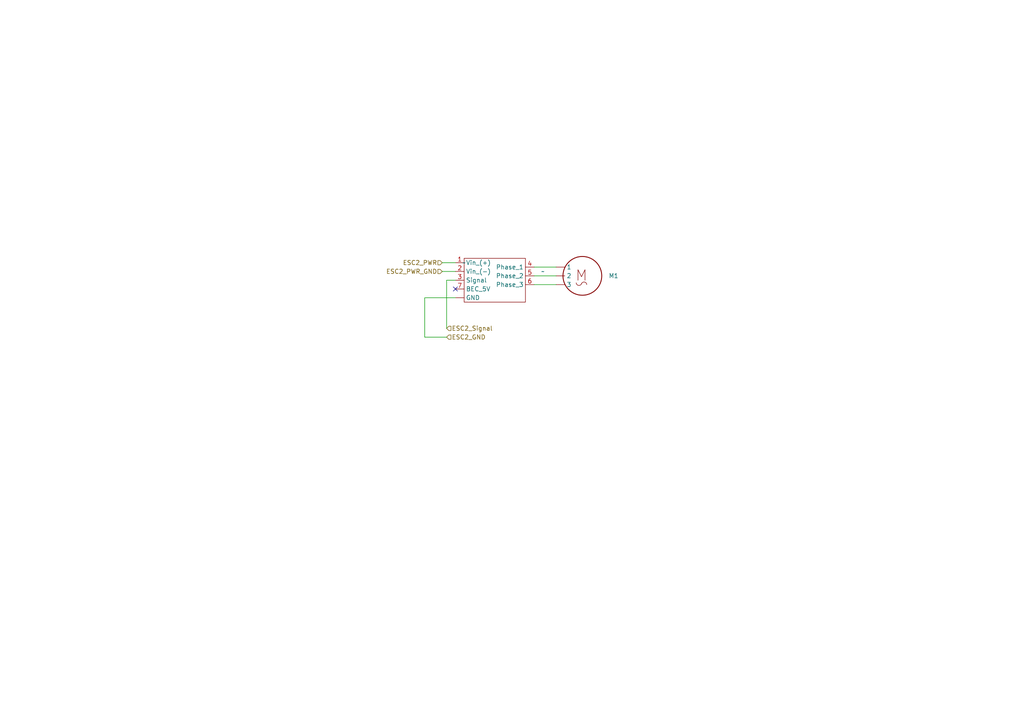
<source format=kicad_sch>
(kicad_sch (version 20230121) (generator eeschema)
  (paper "A4")
  (lib_symbols
    (symbol "MRS:ESC_1"
      (property "Value" "~" (at -8.89 3.81 0))
      (symbol "ESC_1_0_0"
        (pin input line (at -11.43 3.81 0) (length 2.54) (name "Vin_(+)") (number "1"))
        (pin input line (at -11.43 1.27 0) (length 2.54) (name "Vin_(-)") (number "2"))
        (pin input line (at -11.43 -1.27 0) (length 2.54) (name "Signal") (number "3"))
        (pin output line (at 11.43 2.54 180) (length 2.54) (name "Phase_1") (number "4"))
        (pin output line (at 11.43 0 180) (length 2.54) (name "Phase_2") (number "5"))
        (pin output line (at 11.43 -2.54 180) (length 2.54) (name "Phase_3") (number "6"))
        (pin output line (at -11.43 -3.81 0) (length 2.54) (name "BEC_5V") (number "7"))
      )
      (symbol "ESC_1_0_1"
        (rectangle (start -8.89 5.08) (end 8.89 -7.62))
      )
      (symbol "ESC_1_1_1"
        (pin input line (at -11.43 -6.35 0) (length 2.54) (name "GND") (number ""))
      )
    )
    (symbol "New_Library:BLDC_Motor"
      (property "Reference" "M" (at 0 3.81 0))
      (symbol "BLDC_Motor_0_0"
        (arc (start -1.778 -2.032) (mid -1.1162 -2.7602) (end -0.254 -2.286))
        (polyline (pts (xy -1.27 -1.27) (xy -1.27 1.778) (xy -0.254 -0.254) (xy 0.762 1.778) (xy 0.762 -1.27)))
        (arc (start 1.27 -2.54) (mid 0.6117 -1.7907) (end -0.254 -2.286))
      )
      (symbol "BLDC_Motor_0_1"
        (circle (center 0 0) (radius 5.6225) (stroke (width 0.254)))
      )
      (symbol "BLDC_Motor_1_1"
        (pin input line (at -7.62 2.54 0) (length 2.54) (name "1") (number ""))
        (pin input line (at -7.62 0 0) (length 2.54) (name "2") (number ""))
        (pin input line (at -7.62 -2.54 0) (length 2.54) (name "3") (number ""))
      )
    )
  )
  (no_connect (at 132.08 83.82))
  (wire (pts (xy 129.54 95.25) (xy 129.54 81.28)))
  (wire (pts (xy 154.94 82.55) (xy 161.29 82.55)))
  (wire (pts (xy 154.94 77.47) (xy 161.29 77.47)))
  (wire (pts (xy 129.54 81.28) (xy 132.08 81.28)))
  (wire (pts (xy 123.19 86.36) (xy 132.08 86.36)))
  (wire (pts (xy 123.19 97.79) (xy 129.54 97.79)))
  (wire (pts (xy 154.94 80.01) (xy 161.29 80.01)))
  (wire (pts (xy 128.27 76.2) (xy 132.08 76.2)))
  (wire (pts (xy 128.27 78.74) (xy 132.08 78.74)))
  (wire (pts (xy 123.19 86.36) (xy 123.19 97.79)))
  (hierarchical_label "ESC2_PWR_GND" (shape input) (at 128.27 78.74 180))
  (hierarchical_label "ESC2_GND" (shape input) (at 129.54 97.79 0))
  (hierarchical_label "ESC2_PWR" (shape input) (at 128.27 76.2 180))
  (hierarchical_label "ESC2_Signal" (shape input) (at 129.54 95.25 0))
  (symbol (lib_id "MRS:ESC_1") (at 143.51 80.01 0) (unit 1)
    (property "Reference" "ESC1" (effects hide))
    (property "Value" "~" (at 134.62 76.2 0))
    (instances (project "MRS_Strathvoyager_2" (path "" (reference "ESC1") (unit 1)) (path "" (reference "ESC3") (unit 1))) (project "Onebox_solution" (path "" (reference "ESC1") (unit 1)) (path "" (reference "ESC2") (unit 1))))
  )
  (symbol (lib_id "New_Library:BLDC_Motor") (at 168.91 80.01 0) (unit 1)
    (property "Reference" "M1" (at 176.53 80.01 0) (effects (justify left)))
    (property "Value" "~" (at 157.48 78.74 0))
    (instances (project "MRS" (path "" (reference "M1") (unit 1))) (project "MRS_Strathvoyager_2" (path "" (reference "M1") (unit 1)) (path "" (reference "M1") (unit 1))) (project "Onebox_solution" (path "" (reference "M1") (unit 1)) (path "" (reference "M2") (unit 1))))
  )
)
</source>
